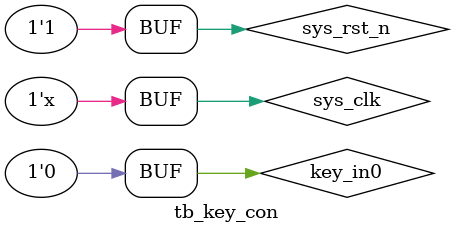
<source format=v>
`timescale 1ns / 1ps

module tb_key_con();


reg sys_clk;
reg sys_rst_n;
reg key_in0;
reg key_in1;
reg key_in2;
reg key_in3;
reg key_in4;


wire [5:0]   wave_sel;
wire [3:0]   mode_sel;    
wire [8:0]   F;// 1 对应0.1MHZ
wire [10:0]  T;//脉冲时间
wire [6:0]   Z;//占空比，为0-100，意味脉冲信号占总信号的1/Z   

initial begin
    sys_clk = 1'b1;
    sys_rst_n <= 1'b0;
    #20
    sys_rst_n <= 1'b1;
    #10000
    key_in0 <= 1'b1;
    #10
    key_in0 <= 1'b0;
    #10000
    key_in0 <= 1'b1;
    #10
    key_in0 <= 1'b0;
    #10000
    key_in0 <= 1'b1;
    #10
    key_in0 <= 1'b0;
    #10000
    key_in0 <= 1'b1;
    #10
    key_in0 <= 1'b0;
    #10000
    key_in0 <= 1'b1;
    #10
    key_in0 <= 1'b0;
    #10000
    key_in0 <= 1'b1;
    #10
    key_in0 <= 1'b0;
end

always #10 sys_clk = ~sys_clk; 

key_control key_control_inst(
.clk            (sys_clk),
.reset_n        (sys_rst_n),
.key_in0        (key_in0),//wave_sel
.key_in1        (key_in1),//mode_sel
.key_in2        (key_in2),//F
.key_in3        (key_in3),//T
.key_in4        (key_in4),//Z


.wave_sel       (wave_sel),
.mode_sel       (mode_sel),    
.F              (F),// 1 对应0.1MHZ
.T              (T),//脉冲时间
.Z              (Z)//占空比，为0-100，意味脉冲信号占总信号的1/Z   
);

endmodule

</source>
